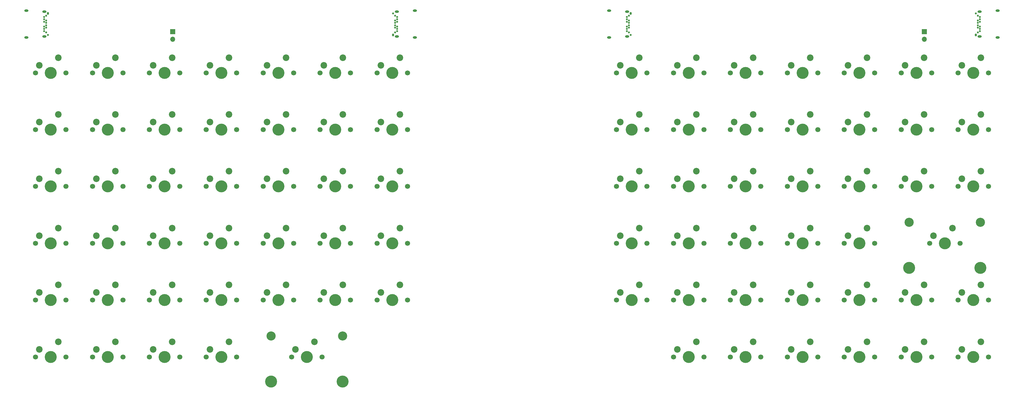
<source format=gbr>
%TF.GenerationSoftware,KiCad,Pcbnew,5.1.10-1.fc34*%
%TF.CreationDate,2021-08-03T16:02:25+03:00*%
%TF.ProjectId,keyboard,6b657962-6f61-4726-942e-6b696361645f,rev?*%
%TF.SameCoordinates,Original*%
%TF.FileFunction,Soldermask,Top*%
%TF.FilePolarity,Negative*%
%FSLAX46Y46*%
G04 Gerber Fmt 4.6, Leading zero omitted, Abs format (unit mm)*
G04 Created by KiCad (PCBNEW 5.1.10-1.fc34) date 2021-08-03 16:02:25*
%MOMM*%
%LPD*%
G01*
G04 APERTURE LIST*
%ADD10C,0.650000*%
%ADD11O,0.650000X0.950000*%
%ADD12O,1.400000X0.800000*%
%ADD13O,1.700000X1.700000*%
%ADD14R,1.700000X1.700000*%
%ADD15C,1.700000*%
%ADD16C,4.000000*%
%ADD17C,2.200000*%
%ADD18C,3.050000*%
G04 APERTURE END LIST*
D10*
%TO.C,J6*%
X225768000Y-20180000D03*
X225768000Y-19380000D03*
X225768000Y-18580000D03*
X225768000Y-16980000D03*
X225768000Y-16180000D03*
X225768000Y-15380000D03*
X226468000Y-20580000D03*
X226468000Y-18980000D03*
X226468000Y-18180000D03*
X226468000Y-17380000D03*
X226468000Y-16580000D03*
X226468000Y-14980000D03*
X227118000Y-21380000D03*
D11*
X227118000Y-14180000D03*
D12*
X219918000Y-22270000D03*
X219918000Y-13290000D03*
X225868000Y-13650000D03*
X225868000Y-21910000D03*
%TD*%
D10*
%TO.C,J5*%
X149136000Y-15380000D03*
X149136000Y-16180000D03*
X149136000Y-16980000D03*
X149136000Y-18580000D03*
X149136000Y-19380000D03*
X149136000Y-20180000D03*
X148436000Y-14980000D03*
X148436000Y-16580000D03*
X148436000Y-17380000D03*
X148436000Y-18180000D03*
X148436000Y-18980000D03*
X148436000Y-20580000D03*
X147786000Y-14180000D03*
D11*
X147786000Y-21380000D03*
D12*
X154986000Y-13290000D03*
X154986000Y-22270000D03*
X149036000Y-21910000D03*
X149036000Y-13650000D03*
%TD*%
D13*
%TO.C,J4*%
X325120000Y-22860000D03*
D14*
X325120000Y-20320000D03*
%TD*%
D13*
%TO.C,J3*%
X74168000Y-22860000D03*
D14*
X74168000Y-20320000D03*
%TD*%
D10*
%TO.C,J2*%
X343700000Y-15380000D03*
X343700000Y-16180000D03*
X343700000Y-16980000D03*
X343700000Y-18580000D03*
X343700000Y-19380000D03*
X343700000Y-20180000D03*
X343000000Y-14980000D03*
X343000000Y-16580000D03*
X343000000Y-17380000D03*
X343000000Y-18180000D03*
X343000000Y-18980000D03*
X343000000Y-20580000D03*
X342350000Y-14180000D03*
D11*
X342350000Y-21380000D03*
D12*
X349550000Y-13290000D03*
X349550000Y-22270000D03*
X343600000Y-21910000D03*
X343600000Y-13650000D03*
%TD*%
D10*
%TO.C,J1*%
X31204000Y-20180000D03*
X31204000Y-19380000D03*
X31204000Y-18580000D03*
X31204000Y-16980000D03*
X31204000Y-16180000D03*
X31204000Y-15380000D03*
X31904000Y-20580000D03*
X31904000Y-18980000D03*
X31904000Y-18180000D03*
X31904000Y-17380000D03*
X31904000Y-16580000D03*
X31904000Y-14980000D03*
X32554000Y-21380000D03*
D11*
X32554000Y-14180000D03*
D12*
X25354000Y-22270000D03*
X25354000Y-13290000D03*
X31304000Y-13650000D03*
X31304000Y-21910000D03*
%TD*%
D15*
%TO.C,SW1*%
X38540000Y-34080000D03*
X28380000Y-34080000D03*
D16*
X33460000Y-34080000D03*
D17*
X29650000Y-31540000D03*
X36000000Y-29000000D03*
%TD*%
D15*
%TO.C,SW2*%
X57540000Y-34080000D03*
X47380000Y-34080000D03*
D16*
X52460000Y-34080000D03*
D17*
X48650000Y-31540000D03*
X55000000Y-29000000D03*
%TD*%
%TO.C,SW3*%
X74000000Y-29000000D03*
X67650000Y-31540000D03*
D16*
X71460000Y-34080000D03*
D15*
X66380000Y-34080000D03*
X76540000Y-34080000D03*
%TD*%
%TO.C,SW4*%
X95540000Y-34080000D03*
X85380000Y-34080000D03*
D16*
X90460000Y-34080000D03*
D17*
X86650000Y-31540000D03*
X93000000Y-29000000D03*
%TD*%
%TO.C,SW5*%
X112000000Y-29000000D03*
X105650000Y-31540000D03*
D16*
X109460000Y-34080000D03*
D15*
X104380000Y-34080000D03*
X114540000Y-34080000D03*
%TD*%
D17*
%TO.C,SW6*%
X131000000Y-29000000D03*
X124650000Y-31540000D03*
D16*
X128460000Y-34080000D03*
D15*
X123380000Y-34080000D03*
X133540000Y-34080000D03*
%TD*%
D17*
%TO.C,SW7*%
X150000000Y-29000000D03*
X143650000Y-31540000D03*
D16*
X147460000Y-34080000D03*
D15*
X142380000Y-34080000D03*
X152540000Y-34080000D03*
%TD*%
D17*
%TO.C,SW8*%
X230000000Y-29000000D03*
X223650000Y-31540000D03*
D16*
X227460000Y-34080000D03*
D15*
X222380000Y-34080000D03*
X232540000Y-34080000D03*
%TD*%
%TO.C,SW9*%
X251540000Y-34080000D03*
X241380000Y-34080000D03*
D16*
X246460000Y-34080000D03*
D17*
X242650000Y-31540000D03*
X249000000Y-29000000D03*
%TD*%
D15*
%TO.C,SW10*%
X270540000Y-34080000D03*
X260380000Y-34080000D03*
D16*
X265460000Y-34080000D03*
D17*
X261650000Y-31540000D03*
X268000000Y-29000000D03*
%TD*%
D15*
%TO.C,SW11*%
X289540000Y-34080000D03*
X279380000Y-34080000D03*
D16*
X284460000Y-34080000D03*
D17*
X280650000Y-31540000D03*
X287000000Y-29000000D03*
%TD*%
%TO.C,SW12*%
X306000000Y-29000000D03*
X299650000Y-31540000D03*
D16*
X303460000Y-34080000D03*
D15*
X298380000Y-34080000D03*
X308540000Y-34080000D03*
%TD*%
D17*
%TO.C,SW13*%
X325000000Y-29000000D03*
X318650000Y-31540000D03*
D16*
X322460000Y-34080000D03*
D15*
X317380000Y-34080000D03*
X327540000Y-34080000D03*
%TD*%
D17*
%TO.C,SW14*%
X344000000Y-29000000D03*
X337650000Y-31540000D03*
D16*
X341460000Y-34080000D03*
D15*
X336380000Y-34080000D03*
X346540000Y-34080000D03*
%TD*%
%TO.C,SW15*%
X38540000Y-53080000D03*
X28380000Y-53080000D03*
D16*
X33460000Y-53080000D03*
D17*
X29650000Y-50540000D03*
X36000000Y-48000000D03*
%TD*%
%TO.C,SW16*%
X55000000Y-48000000D03*
X48650000Y-50540000D03*
D16*
X52460000Y-53080000D03*
D15*
X47380000Y-53080000D03*
X57540000Y-53080000D03*
%TD*%
%TO.C,SW17*%
X76540000Y-53080000D03*
X66380000Y-53080000D03*
D16*
X71460000Y-53080000D03*
D17*
X67650000Y-50540000D03*
X74000000Y-48000000D03*
%TD*%
D15*
%TO.C,SW18*%
X95540000Y-53080000D03*
X85380000Y-53080000D03*
D16*
X90460000Y-53080000D03*
D17*
X86650000Y-50540000D03*
X93000000Y-48000000D03*
%TD*%
%TO.C,SW19*%
X112000000Y-48000000D03*
X105650000Y-50540000D03*
D16*
X109460000Y-53080000D03*
D15*
X104380000Y-53080000D03*
X114540000Y-53080000D03*
%TD*%
D17*
%TO.C,SW20*%
X131000000Y-48000000D03*
X124650000Y-50540000D03*
D16*
X128460000Y-53080000D03*
D15*
X123380000Y-53080000D03*
X133540000Y-53080000D03*
%TD*%
%TO.C,SW21*%
X152540000Y-53080000D03*
X142380000Y-53080000D03*
D16*
X147460000Y-53080000D03*
D17*
X143650000Y-50540000D03*
X150000000Y-48000000D03*
%TD*%
%TO.C,SW22*%
X230000000Y-48000000D03*
X223650000Y-50540000D03*
D16*
X227460000Y-53080000D03*
D15*
X222380000Y-53080000D03*
X232540000Y-53080000D03*
%TD*%
%TO.C,SW23*%
X251540000Y-53080000D03*
X241380000Y-53080000D03*
D16*
X246460000Y-53080000D03*
D17*
X242650000Y-50540000D03*
X249000000Y-48000000D03*
%TD*%
%TO.C,SW24*%
X268000000Y-48000000D03*
X261650000Y-50540000D03*
D16*
X265460000Y-53080000D03*
D15*
X260380000Y-53080000D03*
X270540000Y-53080000D03*
%TD*%
%TO.C,SW25*%
X289540000Y-53080000D03*
X279380000Y-53080000D03*
D16*
X284460000Y-53080000D03*
D17*
X280650000Y-50540000D03*
X287000000Y-48000000D03*
%TD*%
%TO.C,SW26*%
X306000000Y-48000000D03*
X299650000Y-50540000D03*
D16*
X303460000Y-53080000D03*
D15*
X298380000Y-53080000D03*
X308540000Y-53080000D03*
%TD*%
%TO.C,SW27*%
X327540000Y-53080000D03*
X317380000Y-53080000D03*
D16*
X322460000Y-53080000D03*
D17*
X318650000Y-50540000D03*
X325000000Y-48000000D03*
%TD*%
%TO.C,SW28*%
X344000000Y-48000000D03*
X337650000Y-50540000D03*
D16*
X341460000Y-53080000D03*
D15*
X336380000Y-53080000D03*
X346540000Y-53080000D03*
%TD*%
D17*
%TO.C,SW29*%
X36000000Y-67000000D03*
X29650000Y-69540000D03*
D16*
X33460000Y-72080000D03*
D15*
X28380000Y-72080000D03*
X38540000Y-72080000D03*
%TD*%
%TO.C,SW30*%
X57540000Y-72080000D03*
X47380000Y-72080000D03*
D16*
X52460000Y-72080000D03*
D17*
X48650000Y-69540000D03*
X55000000Y-67000000D03*
%TD*%
%TO.C,SW31*%
X74000000Y-67000000D03*
X67650000Y-69540000D03*
D16*
X71460000Y-72080000D03*
D15*
X66380000Y-72080000D03*
X76540000Y-72080000D03*
%TD*%
D17*
%TO.C,SW32*%
X93000000Y-67000000D03*
X86650000Y-69540000D03*
D16*
X90460000Y-72080000D03*
D15*
X85380000Y-72080000D03*
X95540000Y-72080000D03*
%TD*%
%TO.C,SW33*%
X114540000Y-72080000D03*
X104380000Y-72080000D03*
D16*
X109460000Y-72080000D03*
D17*
X105650000Y-69540000D03*
X112000000Y-67000000D03*
%TD*%
D15*
%TO.C,SW34*%
X133540000Y-72080000D03*
X123380000Y-72080000D03*
D16*
X128460000Y-72080000D03*
D17*
X124650000Y-69540000D03*
X131000000Y-67000000D03*
%TD*%
%TO.C,SW35*%
X150000000Y-67000000D03*
X143650000Y-69540000D03*
D16*
X147460000Y-72080000D03*
D15*
X142380000Y-72080000D03*
X152540000Y-72080000D03*
%TD*%
%TO.C,SW36*%
X232540000Y-72080000D03*
X222380000Y-72080000D03*
D16*
X227460000Y-72080000D03*
D17*
X223650000Y-69540000D03*
X230000000Y-67000000D03*
%TD*%
%TO.C,SW37*%
X249000000Y-67000000D03*
X242650000Y-69540000D03*
D16*
X246460000Y-72080000D03*
D15*
X241380000Y-72080000D03*
X251540000Y-72080000D03*
%TD*%
%TO.C,SW38*%
X270540000Y-72080000D03*
X260380000Y-72080000D03*
D16*
X265460000Y-72080000D03*
D17*
X261650000Y-69540000D03*
X268000000Y-67000000D03*
%TD*%
%TO.C,SW39*%
X287000000Y-67000000D03*
X280650000Y-69540000D03*
D16*
X284460000Y-72080000D03*
D15*
X279380000Y-72080000D03*
X289540000Y-72080000D03*
%TD*%
D17*
%TO.C,SW40*%
X306000000Y-67000000D03*
X299650000Y-69540000D03*
D16*
X303460000Y-72080000D03*
D15*
X298380000Y-72080000D03*
X308540000Y-72080000D03*
%TD*%
%TO.C,SW41*%
X327540000Y-72080000D03*
X317380000Y-72080000D03*
D16*
X322460000Y-72080000D03*
D17*
X318650000Y-69540000D03*
X325000000Y-67000000D03*
%TD*%
D15*
%TO.C,SW42*%
X346540000Y-72080000D03*
X336380000Y-72080000D03*
D16*
X341460000Y-72080000D03*
D17*
X337650000Y-69540000D03*
X344000000Y-67000000D03*
%TD*%
%TO.C,SW43*%
X36000000Y-86000000D03*
X29650000Y-88540000D03*
D16*
X33460000Y-91080000D03*
D15*
X28380000Y-91080000D03*
X38540000Y-91080000D03*
%TD*%
D17*
%TO.C,SW44*%
X55000000Y-86000000D03*
X48650000Y-88540000D03*
D16*
X52460000Y-91080000D03*
D15*
X47380000Y-91080000D03*
X57540000Y-91080000D03*
%TD*%
%TO.C,SW45*%
X76540000Y-91080000D03*
X66380000Y-91080000D03*
D16*
X71460000Y-91080000D03*
D17*
X67650000Y-88540000D03*
X74000000Y-86000000D03*
%TD*%
D15*
%TO.C,SW46*%
X95540000Y-91080000D03*
X85380000Y-91080000D03*
D16*
X90460000Y-91080000D03*
D17*
X86650000Y-88540000D03*
X93000000Y-86000000D03*
%TD*%
D15*
%TO.C,SW47*%
X114540000Y-91080000D03*
X104380000Y-91080000D03*
D16*
X109460000Y-91080000D03*
D17*
X105650000Y-88540000D03*
X112000000Y-86000000D03*
%TD*%
%TO.C,SW48*%
X131000000Y-86000000D03*
X124650000Y-88540000D03*
D16*
X128460000Y-91080000D03*
D15*
X123380000Y-91080000D03*
X133540000Y-91080000D03*
%TD*%
D17*
%TO.C,SW49*%
X150000000Y-86000000D03*
X143650000Y-88540000D03*
D16*
X147460000Y-91080000D03*
D15*
X142380000Y-91080000D03*
X152540000Y-91080000D03*
%TD*%
%TO.C,SW50*%
X232540000Y-91080000D03*
X222380000Y-91080000D03*
D16*
X227460000Y-91080000D03*
D17*
X223650000Y-88540000D03*
X230000000Y-86000000D03*
%TD*%
%TO.C,SW51*%
X249000000Y-86000000D03*
X242650000Y-88540000D03*
D16*
X246460000Y-91080000D03*
D15*
X241380000Y-91080000D03*
X251540000Y-91080000D03*
%TD*%
D17*
%TO.C,SW52*%
X268000000Y-86000000D03*
X261650000Y-88540000D03*
D16*
X265460000Y-91080000D03*
D15*
X260380000Y-91080000D03*
X270540000Y-91080000D03*
%TD*%
D17*
%TO.C,SW53*%
X287000000Y-86000000D03*
X280650000Y-88540000D03*
D16*
X284460000Y-91080000D03*
D15*
X279380000Y-91080000D03*
X289540000Y-91080000D03*
%TD*%
D17*
%TO.C,SW54*%
X306000000Y-86000000D03*
X299650000Y-88540000D03*
D16*
X303460000Y-91080000D03*
D15*
X298380000Y-91080000D03*
X308540000Y-91080000D03*
%TD*%
D18*
%TO.C,SW55*%
X343860000Y-84080000D03*
X320060000Y-84080000D03*
D16*
X320060000Y-99320000D03*
X343860000Y-99320000D03*
D15*
X337040000Y-91080000D03*
X326880000Y-91080000D03*
D16*
X331960000Y-91080000D03*
D17*
X328150000Y-88540000D03*
X334500000Y-86000000D03*
%TD*%
D15*
%TO.C,SW56*%
X38540000Y-110080000D03*
X28380000Y-110080000D03*
D16*
X33460000Y-110080000D03*
D17*
X29650000Y-107540000D03*
X36000000Y-105000000D03*
%TD*%
D15*
%TO.C,SW57*%
X57540000Y-110080000D03*
X47380000Y-110080000D03*
D16*
X52460000Y-110080000D03*
D17*
X48650000Y-107540000D03*
X55000000Y-105000000D03*
%TD*%
%TO.C,SW58*%
X74000000Y-105000000D03*
X67650000Y-107540000D03*
D16*
X71460000Y-110080000D03*
D15*
X66380000Y-110080000D03*
X76540000Y-110080000D03*
%TD*%
D17*
%TO.C,SW59*%
X93000000Y-105000000D03*
X86650000Y-107540000D03*
D16*
X90460000Y-110080000D03*
D15*
X85380000Y-110080000D03*
X95540000Y-110080000D03*
%TD*%
D17*
%TO.C,SW60*%
X112000000Y-105000000D03*
X105650000Y-107540000D03*
D16*
X109460000Y-110080000D03*
D15*
X104380000Y-110080000D03*
X114540000Y-110080000D03*
%TD*%
D17*
%TO.C,SW61*%
X131000000Y-105000000D03*
X124650000Y-107540000D03*
D16*
X128460000Y-110080000D03*
D15*
X123380000Y-110080000D03*
X133540000Y-110080000D03*
%TD*%
%TO.C,SW62*%
X152540000Y-110080000D03*
X142380000Y-110080000D03*
D16*
X147460000Y-110080000D03*
D17*
X143650000Y-107540000D03*
X150000000Y-105000000D03*
%TD*%
D15*
%TO.C,SW63*%
X232540000Y-110080000D03*
X222380000Y-110080000D03*
D16*
X227460000Y-110080000D03*
D17*
X223650000Y-107540000D03*
X230000000Y-105000000D03*
%TD*%
D15*
%TO.C,SW64*%
X251540000Y-110080000D03*
X241380000Y-110080000D03*
D16*
X246460000Y-110080000D03*
D17*
X242650000Y-107540000D03*
X249000000Y-105000000D03*
%TD*%
D15*
%TO.C,SW65*%
X270540000Y-110080000D03*
X260380000Y-110080000D03*
D16*
X265460000Y-110080000D03*
D17*
X261650000Y-107540000D03*
X268000000Y-105000000D03*
%TD*%
%TO.C,SW66*%
X287000000Y-105000000D03*
X280650000Y-107540000D03*
D16*
X284460000Y-110080000D03*
D15*
X279380000Y-110080000D03*
X289540000Y-110080000D03*
%TD*%
D17*
%TO.C,SW67*%
X306000000Y-105000000D03*
X299650000Y-107540000D03*
D16*
X303460000Y-110080000D03*
D15*
X298380000Y-110080000D03*
X308540000Y-110080000D03*
%TD*%
%TO.C,SW68*%
X327540000Y-110080000D03*
X317380000Y-110080000D03*
D16*
X322460000Y-110080000D03*
D17*
X318650000Y-107540000D03*
X325000000Y-105000000D03*
%TD*%
%TO.C,SW69*%
X344000000Y-105000000D03*
X337650000Y-107540000D03*
D16*
X341460000Y-110080000D03*
D15*
X336380000Y-110080000D03*
X346540000Y-110080000D03*
%TD*%
%TO.C,SW70*%
X38540000Y-129080000D03*
X28380000Y-129080000D03*
D16*
X33460000Y-129080000D03*
D17*
X29650000Y-126540000D03*
X36000000Y-124000000D03*
%TD*%
D15*
%TO.C,SW71*%
X57540000Y-129080000D03*
X47380000Y-129080000D03*
D16*
X52460000Y-129080000D03*
D17*
X48650000Y-126540000D03*
X55000000Y-124000000D03*
%TD*%
D15*
%TO.C,SW72*%
X76540000Y-129080000D03*
X66380000Y-129080000D03*
D16*
X71460000Y-129080000D03*
D17*
X67650000Y-126540000D03*
X74000000Y-124000000D03*
%TD*%
D15*
%TO.C,SW73*%
X95540000Y-129080000D03*
X85380000Y-129080000D03*
D16*
X90460000Y-129080000D03*
D17*
X86650000Y-126540000D03*
X93000000Y-124000000D03*
%TD*%
%TO.C,SW74*%
X121500000Y-124000000D03*
X115150000Y-126540000D03*
D16*
X118960000Y-129080000D03*
D15*
X113880000Y-129080000D03*
X124040000Y-129080000D03*
D16*
X130860000Y-137320000D03*
X107060000Y-137320000D03*
D18*
X107060000Y-122080000D03*
X130860000Y-122080000D03*
%TD*%
D15*
%TO.C,SW75*%
X251540000Y-129080000D03*
X241380000Y-129080000D03*
D16*
X246460000Y-129080000D03*
D17*
X242650000Y-126540000D03*
X249000000Y-124000000D03*
%TD*%
%TO.C,SW76*%
X268000000Y-124000000D03*
X261650000Y-126540000D03*
D16*
X265460000Y-129080000D03*
D15*
X260380000Y-129080000D03*
X270540000Y-129080000D03*
%TD*%
D17*
%TO.C,SW77*%
X287000000Y-124000000D03*
X280650000Y-126540000D03*
D16*
X284460000Y-129080000D03*
D15*
X279380000Y-129080000D03*
X289540000Y-129080000D03*
%TD*%
D17*
%TO.C,SW78*%
X306000000Y-124000000D03*
X299650000Y-126540000D03*
D16*
X303460000Y-129080000D03*
D15*
X298380000Y-129080000D03*
X308540000Y-129080000D03*
%TD*%
D17*
%TO.C,SW79*%
X325000000Y-124000000D03*
X318650000Y-126540000D03*
D16*
X322460000Y-129080000D03*
D15*
X317380000Y-129080000D03*
X327540000Y-129080000D03*
%TD*%
%TO.C,SW80*%
X346540000Y-129080000D03*
X336380000Y-129080000D03*
D16*
X341460000Y-129080000D03*
D17*
X337650000Y-126540000D03*
X344000000Y-124000000D03*
%TD*%
M02*

</source>
